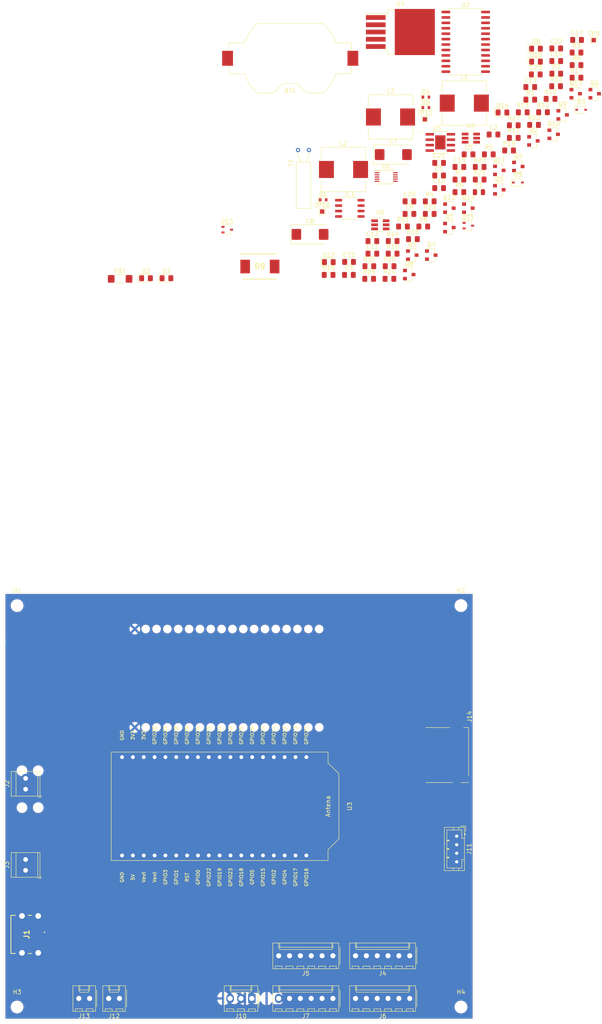
<source format=kicad_pcb>
(kicad_pcb (version 20171130) (host pcbnew "(5.1.5)-3")
  (layers (0 F.Cu signal) (1 GND signal) (2 PWR signal) (31 B.Cu signal) (34 B.Paste user) (35 F.Paste user) (36 B.SilkS user) (37 F.SilkS user) (38 B.Mask user) (39 F.Mask user) (44 Edge.Cuts user))
  (net 0 "")
  (net 1 "Net-(BT1-Pad1)")
  (net 2 GND)
  (net 3 +5V)
  (net 4 +3V3)
  (net 5 Vsolar_protected)
  (net 6 Vsolar_reg)
  (net 7 Vbat_protected)
  (net 8 +9V)
  (net 9 Vsys)
  (net 10 Vusb)
  (net 11 "Net-(D2-Pad2)")
  (net 12 "Net-(D3-Pad2)")
  (net 13 Vsolar)
  (net 14 "Net-(D5-Pad2)")
  (net 15 Vbat)
  (net 16 "Net-(D7-Pad1)")
  (net 17 "Net-(D8-Pad1)")
  (net 18 "Net-(D9-Pad1)")
  (net 19 "Net-(D10-Pad2)")
  (net 20 "Net-(D12-Pad2)")
  (net 21 "Net-(D14-Pad2)")
  (net 22 "Net-(F1-Pad1)")
  (net 23 Vusb_protected)
  (net 24 "Net-(IC1-Pad1)")
  (net 25 "Net-(IC1-Pad2)")
  (net 26 /CC1)
  (net 27 /CC2)
  (net 28 /I0)
  (net 29 /I1)
  (net 30 /I3)
  (net 31 /I2)
  (net 32 /I12)
  (net 33 /I5)
  (net 34 /I6)
  (net 35 /I7)
  (net 36 /ADS_SDA)
  (net 37 /ADS_SCL)
  (net 38 "Net-(J12-Pad2)")
  (net 39 "Net-(J13-Pad2)")
  (net 40 /SD_MISO)
  (net 41 /SD_CLK)
  (net 42 /SD_MOSI)
  (net 43 /SD_CS)
  (net 44 Vexternal)
  (net 45 "Net-(Q1-Pad1)")
  (net 46 "Net-(Q2-Pad1)")
  (net 47 "Net-(Q3-Pad3)")
  (net 48 "Net-(Q5-Pad1)")
  (net 49 "Net-(Q6-Pad3)")
  (net 50 "Net-(Q11-Pad3)")
  (net 51 "Net-(Q10-Pad3)")
  (net 52 /FAN1)
  (net 53 /FAN2)
  (net 54 /ADS_ALERT)
  (net 55 /S0)
  (net 56 /S1)
  (net 57 /S2)
  (net 58 /S3)
  (net 59 "Net-(R22-Pad2)")
  (net 60 "Net-(R23-Pad2)")
  (net 61 "Net-(R24-Pad1)")
  (net 62 /AIN0)
  (net 63 /BST_SW_5V)
  (net 64 /BST_FB_5V)
  (net 65 /BST_SW_9V)
  (net 66 /BST_FB_9V)
  (net 67 /I11)
  (module Battery:BatteryHolder_Keystone_1058_1x2032 (layer F.Cu) (at 178.495001 -65.176029)
    (fp_text reference BT1 (at 0 7.62) (layer F.SilkS))
    (fp_text value Battery_Cell)
    (pad 1 smd rect (at -14.68 0) (size 2.54 3.51) (layers F.Cu F.Paste F.Mask) (net 1 "Net-(BT1-Pad1)"))
    (pad 2 smd rect (at 14.68 0) (size 2.54 3.51) (layers F.Cu F.Paste F.Mask) (net 2 GND))
  )
  (module Capacitor_SMD:C_0805_2012Metric_Pad1.15x1.40mm_HandSolder (layer F.Cu) (at 213.385001 -37.724999)
    (fp_text reference C1 (at 0 -1.65) (layer F.SilkS))
    (fp_text value 10uF)
    (pad 1 smd roundrect (at -1.025 0) (size 1.15 1.4) (layers F.Cu F.Paste F.Mask) (roundrect_rratio 0.217391) (net 3 +5V))
    (pad 2 smd roundrect (at 1.025 0) (size 1.15 1.4) (layers F.Cu F.Paste F.Mask) (roundrect_rratio 0.217391) (net 2 GND))
  )
  (module Capacitor_SMD:C_0805_2012Metric_Pad1.15x1.40mm_HandSolder (layer F.Cu) (at 226.125001 -47.324999)
    (fp_text reference C2 (at 0 -1.65) (layer F.SilkS))
    (fp_text value 100nF)
    (pad 1 smd roundrect (at -1.025 0) (size 1.15 1.4) (layers F.Cu F.Paste F.Mask) (roundrect_rratio 0.217391) (net 3 +5V))
    (pad 2 smd roundrect (at 1.025 0) (size 1.15 1.4) (layers F.Cu F.Paste F.Mask) (roundrect_rratio 0.217391) (net 2 GND))
  )
  (module Capacitor_SMD:C_0805_2012Metric_Pad1.15x1.40mm_HandSolder (layer F.Cu) (at 192.245001 -14.444999)
    (fp_text reference C3 (at 0 -1.65) (layer F.SilkS))
    (fp_text value 100nF)
    (pad 2 smd roundrect (at 1.025 0) (size 1.15 1.4) (layers F.Cu F.Paste F.Mask) (roundrect_rratio 0.217391) (net 2 GND))
    (pad 1 smd roundrect (at -1.025 0) (size 1.15 1.4) (layers F.Cu F.Paste F.Mask) (roundrect_rratio 0.217391) (net 3 +5V))
  )
  (module Capacitor_SMD:C_0805_2012Metric_Pad1.15x1.40mm_HandSolder (layer F.Cu) (at 220.275001 -42.674999)
    (fp_text reference C5 (at 0 -1.65) (layer F.SilkS))
    (fp_text value 100nF)
    (pad 2 smd roundrect (at 1.025 0) (size 1.15 1.4) (layers F.Cu F.Paste F.Mask) (roundrect_rratio 0.217391) (net 2 GND))
    (pad 1 smd roundrect (at -1.025 0) (size 1.15 1.4) (layers F.Cu F.Paste F.Mask) (roundrect_rratio 0.217391) (net 4 +3V3))
  )
  (module Capacitor_Tantalum_SMD:CP_EIA-7343-15_Kemet-W_Pad2.25x2.55mm_HandSolder (layer F.Cu) (at 202.655001 -42.624999)
    (fp_text reference C7 (at 0 -3.1) (layer F.SilkS))
    (fp_text value "680uF - Tant")
    (pad 1 smd roundrect (at -3.2 0) (size 2.25 2.55) (layers F.Cu F.Paste F.Mask) (roundrect_rratio 0.111111) (net 5 Vsolar_protected))
    (pad 2 smd roundrect (at 3.2 0) (size 2.25 2.55) (layers F.Cu F.Paste F.Mask) (roundrect_rratio 0.111111) (net 2 GND))
  )
  (module Capacitor_Tantalum_SMD:CP_EIA-7343-15_Kemet-W_Pad2.25x2.55mm_HandSolder (layer F.Cu) (at 183.135001 -23.934999)
    (fp_text reference C8 (at 0 -3.1) (layer F.SilkS))
    (fp_text value 220uF-Tantalum)
    (pad 2 smd roundrect (at 3.2 0) (size 2.25 2.55) (layers F.Cu F.Paste F.Mask) (roundrect_rratio 0.111111) (net 2 GND))
    (pad 1 smd roundrect (at -3.2 0) (size 2.25 2.55) (layers F.Cu F.Paste F.Mask) (roundrect_rratio 0.111111) (net 6 Vsolar_reg))
  )
  (module Capacitor_SMD:C_0805_2012Metric_Pad1.15x1.40mm_HandSolder (layer F.Cu) (at 206.435001 -28.724999)
    (fp_text reference C9 (at 0 -1.65) (layer F.SilkS))
    (fp_text value 10uF)
    (pad 1 smd roundrect (at -1.025 0) (size 1.15 1.4) (layers F.Cu F.Paste F.Mask) (roundrect_rratio 0.217391) (net 3 +5V))
    (pad 2 smd roundrect (at 1.025 0) (size 1.15 1.4) (layers F.Cu F.Paste F.Mask) (roundrect_rratio 0.217391) (net 2 GND))
  )
  (module Capacitor_SMD:C_0805_2012Metric_Pad1.15x1.40mm_HandSolder (layer F.Cu) (at 213.385001 -34.774999)
    (fp_text reference C10 (at 0 -1.65) (layer F.SilkS))
    (fp_text value 100nF)
    (pad 1 smd roundrect (at -1.025 0) (size 1.15 1.4) (layers F.Cu F.Paste F.Mask) (roundrect_rratio 0.217391) (net 3 +5V))
    (pad 2 smd roundrect (at 1.025 0) (size 1.15 1.4) (layers F.Cu F.Paste F.Mask) (roundrect_rratio 0.217391) (net 2 GND))
  )
  (module Capacitor_SMD:C_0805_2012Metric_Pad1.15x1.40mm_HandSolder (layer F.Cu) (at 197.745001 -19.424999)
    (fp_text reference C11 (at 0 -1.65) (layer F.SilkS))
    (fp_text value 10uF)
    (pad 2 smd roundrect (at 1.025 0) (size 1.15 1.4) (layers F.Cu F.Paste F.Mask) (roundrect_rratio 0.217391) (net 2 GND))
    (pad 1 smd roundrect (at -1.025 0) (size 1.15 1.4) (layers F.Cu F.Paste F.Mask) (roundrect_rratio 0.217391) (net 7 Vbat_protected))
  )
  (module Capacitor_SMD:C_0805_2012Metric_Pad1.15x1.40mm_HandSolder (layer F.Cu) (at 197.745001 -22.374999)
    (fp_text reference C12 (at 0 -1.65) (layer F.SilkS))
    (fp_text value 100nF)
    (pad 2 smd roundrect (at 1.025 0) (size 1.15 1.4) (layers F.Cu F.Paste F.Mask) (roundrect_rratio 0.217391) (net 2 GND))
    (pad 1 smd roundrect (at -1.025 0) (size 1.15 1.4) (layers F.Cu F.Paste F.Mask) (roundrect_rratio 0.217391) (net 3 +5V))
  )
  (module Capacitor_SMD:C_0805_2012Metric_Pad1.15x1.40mm_HandSolder (layer F.Cu) (at 234.735001 -58.444999)
    (fp_text reference C13 (at 0 -1.65) (layer F.SilkS))
    (fp_text value 100nF)
    (pad 1 smd roundrect (at -1.025 0) (size 1.15 1.4) (layers F.Cu F.Paste F.Mask) (roundrect_rratio 0.217391) (net 3 +5V))
    (pad 2 smd roundrect (at 1.025 0) (size 1.15 1.4) (layers F.Cu F.Paste F.Mask) (roundrect_rratio 0.217391) (net 2 GND))
  )
  (module Capacitor_SMD:C_0805_2012Metric_Pad1.15x1.40mm_HandSolder (layer F.Cu) (at 240.825001 -64.524999)
    (fp_text reference C14 (at 0 -1.65) (layer F.SilkS))
    (fp_text value 22uF-X5R)
    (pad 1 smd roundrect (at -1.025 0) (size 1.15 1.4) (layers F.Cu F.Paste F.Mask) (roundrect_rratio 0.217391) (net 8 +9V))
    (pad 2 smd roundrect (at 1.025 0) (size 1.15 1.4) (layers F.Cu F.Paste F.Mask) (roundrect_rratio 0.217391) (net 2 GND))
  )
  (module Capacitor_SMD:C_0805_2012Metric_Pad1.15x1.40mm_HandSolder (layer F.Cu) (at 192.285001 -17.484999)
    (fp_text reference C15 (at 0 -1.65) (layer F.SilkS))
    (fp_text value 22uF-X5R)
    (pad 2 smd roundrect (at 1.025 0) (size 1.15 1.4) (layers F.Cu F.Paste F.Mask) (roundrect_rratio 0.217391) (net 2 GND))
    (pad 1 smd roundrect (at -1.025 0) (size 1.15 1.4) (layers F.Cu F.Paste F.Mask) (roundrect_rratio 0.217391) (net 9 Vsys))
  )
  (module Capacitor_SMD:C_0805_2012Metric_Pad1.15x1.40mm_HandSolder (layer F.Cu) (at 218.135001 -39.724999)
    (fp_text reference C16 (at 0 -1.65) (layer F.SilkS))
    (fp_text value 100nF)
    (pad 1 smd roundrect (at -1.025 0) (size 1.15 1.4) (layers F.Cu F.Paste F.Mask) (roundrect_rratio 0.217391) (net 3 +5V))
    (pad 2 smd roundrect (at 1.025 0) (size 1.15 1.4) (layers F.Cu F.Paste F.Mask) (roundrect_rratio 0.217391) (net 2 GND))
  )
  (module Capacitor_SMD:C_0805_2012Metric_Pad1.15x1.40mm_HandSolder (layer F.Cu) (at 245.705001 -69.474999)
    (fp_text reference C17 (at 0 -1.65) (layer F.SilkS))
    (fp_text value 100nF)
    (pad 2 smd roundrect (at 1.025 0) (size 1.15 1.4) (layers F.Cu F.Paste F.Mask) (roundrect_rratio 0.217391) (net 2 GND))
    (pad 1 smd roundrect (at -1.025 0) (size 1.15 1.4) (layers F.Cu F.Paste F.Mask) (roundrect_rratio 0.217391) (net 3 +5V))
  )
  (module Capacitor_SMD:C_0805_2012Metric_Pad1.15x1.40mm_HandSolder (layer F.Cu) (at 206.435001 -31.674999)
    (fp_text reference C20 (at 0 -1.65) (layer F.SilkS))
    (fp_text value 22uF-X5R)
    (pad 1 smd roundrect (at -1.025 0) (size 1.15 1.4) (layers F.Cu F.Paste F.Mask) (roundrect_rratio 0.217391) (net 3 +5V))
    (pad 2 smd roundrect (at 1.025 0) (size 1.15 1.4) (layers F.Cu F.Paste F.Mask) (roundrect_rratio 0.217391) (net 2 GND))
  )
  (module Capacitor_SMD:C_0805_2012Metric_Pad1.15x1.40mm_HandSolder (layer F.Cu) (at 213.385001 -40.674999)
    (fp_text reference C21 (at 0 -1.65) (layer F.SilkS))
    (fp_text value 22uF-X5R)
    (pad 2 smd roundrect (at 1.025 0) (size 1.15 1.4) (layers F.Cu F.Paste F.Mask) (roundrect_rratio 0.217391) (net 2 GND))
    (pad 1 smd roundrect (at -1.025 0) (size 1.15 1.4) (layers F.Cu F.Paste F.Mask) (roundrect_rratio 0.217391) (net 9 Vsys))
  )
  (module Capacitor_SMD:C_0805_2012Metric_Pad1.15x1.40mm_HandSolder (layer F.Cu) (at 240.825001 -67.474999)
    (fp_text reference C22 (at 0 -1.65) (layer F.SilkS))
    (fp_text value 10uF)
    (pad 2 smd roundrect (at 1.025 0) (size 1.15 1.4) (layers F.Cu F.Paste F.Mask) (roundrect_rratio 0.217391) (net 2 GND))
    (pad 1 smd roundrect (at -1.025 0) (size 1.15 1.4) (layers F.Cu F.Paste F.Mask) (roundrect_rratio 0.217391) (net 4 +3V3))
  )
  (module Capacitor_SMD:C_0805_2012Metric_Pad1.15x1.40mm_HandSolder (layer F.Cu) (at 236.035001 -61.394999)
    (fp_text reference C23 (at 0 -1.65) (layer F.SilkS))
    (fp_text value 100nF)
    (pad 1 smd roundrect (at -1.025 0) (size 1.15 1.4) (layers F.Cu F.Paste F.Mask) (roundrect_rratio 0.217391) (net 4 +3V3))
    (pad 2 smd roundrect (at 1.025 0) (size 1.15 1.4) (layers F.Cu F.Paste F.Mask) (roundrect_rratio 0.217391) (net 2 GND))
  )
  (module Diode_SMD:D_SOD-523 (layer F.Cu) (at 186.235001 -32.034999)
    (fp_text reference D1 (at 0 -1.3) (layer F.SilkS))
    (fp_text value D_TVS_ALT)
    (pad 2 smd rect (at 0.7 0 180) (size 0.6 0.7) (layers F.Cu F.Paste F.Mask) (net 2 GND))
    (pad 1 smd rect (at -0.7 0 180) (size 0.6 0.7) (layers F.Cu F.Paste F.Mask) (net 10 Vusb))
  )
  (module LED_SMD:LED_0805_2012Metric_Pad1.15x1.40mm_HandSolder (layer F.Cu) (at 144.710001 -13.669999)
    (fp_text reference D2 (at 0 -1.65) (layer F.SilkS))
    (fp_text value LED)
    (pad 1 smd roundrect (at -1.025 0) (size 1.15 1.4) (layers F.Cu F.Paste F.Mask) (roundrect_rratio 0.217391) (net 2 GND))
    (pad 2 smd roundrect (at 1.025 0) (size 1.15 1.4) (layers F.Cu F.Paste F.Mask) (roundrect_rratio 0.217391) (net 11 "Net-(D2-Pad2)"))
  )
  (module Diode_SMD:D_SOD-323 (layer F.Cu) (at 246.675001 -53.124999)
    (fp_text reference D3 (at 0 -1.85) (layer F.SilkS))
    (fp_text value 5V)
    (pad 2 smd rect (at 1.05 0) (size 0.6 0.45) (layers F.Cu F.Paste F.Mask) (net 12 "Net-(D3-Pad2)"))
    (pad 1 smd rect (at -1.05 0) (size 0.6 0.45) (layers F.Cu F.Paste F.Mask) (net 5 Vsolar_protected))
  )
  (module Diode_SMD:D_SOD-523 (layer F.Cu) (at 210.295001 -56.074999)
    (fp_text reference D4 (at 0 -1.3) (layer F.SilkS))
    (fp_text value D_TVS_ALT)
    (pad 2 smd rect (at 0.7 0 180) (size 0.6 0.7) (layers F.Cu F.Paste F.Mask) (net 2 GND))
    (pad 1 smd rect (at -0.7 0 180) (size 0.6 0.7) (layers F.Cu F.Paste F.Mask) (net 13 Vsolar))
  )
  (module Diode_SMD:D_SOD-323 (layer F.Cu) (at 231.835001 -36.084999)
    (fp_text reference D5 (at 0 -1.85) (layer F.SilkS))
    (fp_text value 5V)
    (pad 1 smd rect (at -1.05 0) (size 0.6 0.45) (layers F.Cu F.Paste F.Mask) (net 7 Vbat_protected))
    (pad 2 smd rect (at 1.05 0) (size 0.6 0.45) (layers F.Cu F.Paste F.Mask) (net 14 "Net-(D5-Pad2)"))
  )
  (module Diode_SMD:D_SOD-523 (layer F.Cu) (at 210.295001 -53.624999)
    (fp_text reference D6 (at 0 -1.3) (layer F.SilkS))
    (fp_text value D_TVS_ALT)
    (pad 1 smd rect (at -0.7 0 180) (size 0.6 0.7) (layers F.Cu F.Paste F.Mask) (net 15 Vbat))
    (pad 2 smd rect (at 0.7 0 180) (size 0.6 0.7) (layers F.Cu F.Paste F.Mask) (net 2 GND))
  )
  (module LED_SMD:LED_0805_2012Metric_Pad1.15x1.40mm_HandSolder (layer F.Cu) (at 149.500001 -13.669999)
    (fp_text reference D7 (at 0 -1.65) (layer F.SilkS))
    (fp_text value LED)
    (pad 1 smd roundrect (at -1.025 0) (size 1.15 1.4) (layers F.Cu F.Paste F.Mask) (roundrect_rratio 0.217391) (net 16 "Net-(D7-Pad1)"))
    (pad 2 smd roundrect (at 1.025 0) (size 1.15 1.4) (layers F.Cu F.Paste F.Mask) (roundrect_rratio 0.217391) (net 3 +5V))
  )
  (module LED_SMD:LED_0805_2012Metric_Pad1.15x1.40mm_HandSolder (layer F.Cu) (at 236.080001 -67.429999)
    (fp_text reference D8 (at 0 -1.65) (layer F.SilkS))
    (fp_text value LED)
    (pad 2 smd roundrect (at 1.025 0) (size 1.15 1.4) (layers F.Cu F.Paste F.Mask) (roundrect_rratio 0.217391) (net 3 +5V))
    (pad 1 smd roundrect (at -1.025 0) (size 1.15 1.4) (layers F.Cu F.Paste F.Mask) (roundrect_rratio 0.217391) (net 17 "Net-(D8-Pad1)"))
  )
  (module SamacSys_Parts:DIOM8059X256N (layer F.Cu) (at 171.390001 -16.409999)
    (fp_text reference D9 (at 0 0) (layer F.SilkS) (effects (font (size 1.27 1.27) (thickness 0.254))))
    (fp_text value SS34 hide)
    (pad 1 smd rect (at -3.45 0) (size 2.25 3.2) (layers F.Cu F.Paste F.Mask) (net 18 "Net-(D9-Pad1)"))
    (pad 2 smd rect (at 3.45 0) (size 2.25 3.2) (layers F.Cu F.Paste F.Mask) (net 2 GND))
  )
  (module LED_SMD:LED_0805_2012Metric_Pad1.15x1.40mm_HandSolder (layer F.Cu) (at 236.080001 -64.389999)
    (fp_text reference D10 (at 0 -1.65) (layer F.SilkS))
    (fp_text value LED)
    (pad 2 smd roundrect (at 1.025 0) (size 1.15 1.4) (layers F.Cu F.Paste F.Mask) (roundrect_rratio 0.217391) (net 19 "Net-(D10-Pad2)"))
    (pad 1 smd roundrect (at -1.025 0) (size 1.15 1.4) (layers F.Cu F.Paste F.Mask) (roundrect_rratio 0.217391) (net 2 GND))
  )
  (module Package_TO_SOT_SMD:SOT-323_SC-70 (layer F.Cu) (at 220.235001 -25.974999)
    (fp_text reference D11 (at -0.05 -1.95) (layer F.SilkS))
    (fp_text value BAT54W)
    (pad 1 smd rect (at -1 -0.65 270) (size 0.45 0.7) (layers F.Cu F.Paste F.Mask) (net 65 /BST_SW_9V))
    (pad 2 smd rect (at -1 0.65 270) (size 0.45 0.7) (layers F.Cu F.Paste F.Mask))
    (pad 3 smd rect (at 1 0 270) (size 0.45 0.7) (layers F.Cu F.Paste F.Mask) (net 8 +9V))
  )
  (module LED_SMD:LED_0805_2012Metric_Pad1.15x1.40mm_HandSolder (layer F.Cu) (at 187.540001 -17.439999)
    (fp_text reference D12 (at 0 -1.65) (layer F.SilkS))
    (fp_text value LED)
    (pad 2 smd roundrect (at 1.025 0) (size 1.15 1.4) (layers F.Cu F.Paste F.Mask) (roundrect_rratio 0.217391) (net 20 "Net-(D12-Pad2)"))
    (pad 1 smd roundrect (at -1.025 0) (size 1.15 1.4) (layers F.Cu F.Paste F.Mask) (roundrect_rratio 0.217391) (net 2 GND))
  )
  (module Package_TO_SOT_SMD:SOT-323_SC-70 (layer F.Cu) (at 163.745001 -25.034999)
    (fp_text reference D13 (at -0.05 -1.95) (layer F.SilkS))
    (fp_text value BAT54W)
    (pad 3 smd rect (at 1 0 270) (size 0.45 0.7) (layers F.Cu F.Paste F.Mask) (net 3 +5V))
    (pad 2 smd rect (at -1 0.65 270) (size 0.45 0.7) (layers F.Cu F.Paste F.Mask))
    (pad 1 smd rect (at -1 -0.65 270) (size 0.45 0.7) (layers F.Cu F.Paste F.Mask) (net 63 /BST_SW_5V))
  )
  (module LED_SMD:LED_0805_2012Metric_Pad1.15x1.40mm_HandSolder (layer F.Cu) (at 228.230001 -52.479999)
    (fp_text reference D14 (at 0 -1.65) (layer F.SilkS))
    (fp_text value LED)
    (pad 1 smd roundrect (at -1.025 0) (size 1.15 1.4) (layers F.Cu F.Paste F.Mask) (roundrect_rratio 0.217391) (net 2 GND))
    (pad 2 smd roundrect (at 1.025 0) (size 1.15 1.4) (layers F.Cu F.Paste F.Mask) (roundrect_rratio 0.217391) (net 21 "Net-(D14-Pad2)"))
  )
  (module Fuse:Fuse_0805_2012Metric (layer F.Cu) (at 222.715001 -33.824999)
    (fp_text reference F1 (at 0 -1.65) (layer F.SilkS))
    (fp_text value Fuse)
    (pad 1 smd roundrect (at -0.9375 0) (size 0.975 1.4) (layers F.Cu F.Paste F.Mask) (net 22 "Net-(F1-Pad1)"))
    (pad 2 smd roundrect (at 0.9375 0) (size 0.975 1.4) (layers F.Cu F.Paste F.Mask) (net 10 Vusb))
  )
  (module Inductor_SMD:L_1806_4516Metric_Pad1.57x1.80mm_HandSolder (layer F.Cu) (at 138.645001 -13.514999)
    (fp_text reference FB1 (at 0 -1.85) (layer F.SilkS))
    (fp_text value Ferrite_Bead)
    (pad 1 smd roundrect (at -2.0875 0) (size 1.575 1.8) (layers F.Cu F.Paste F.Mask) (roundrect_rratio 0.15873) (net 22 "Net-(F1-Pad1)"))
    (pad 2 smd roundrect (at 2.0875 0) (size 1.575 1.8) (layers F.Cu F.Paste F.Mask) (roundrect_rratio 0.15873) (net 23 Vusb_protected))
  )
  (module MountingHole:MountingHole_2.5mm (layer F.Cu) (at 114.5 63)
    (fp_text reference H1 (at 0 -3.5) (layer F.SilkS))
    (fp_text value MountingHole)
    (pad 1 np_thru_hole circle (at 0 0) (size 2.5 2.5) (drill 2.5) (layers *.Cu *.Mask))
  )
  (module MountingHole:MountingHole_2.5mm (layer F.Cu) (at 218.5 63)
    (fp_text reference H2 (at 0 -3.5) (layer F.SilkS))
    (fp_text value MountingHole)
    (pad 1 np_thru_hole circle (at 0 0) (size 2.5 2.5) (drill 2.5) (layers *.Cu *.Mask))
  )
  (module MountingHole:MountingHole_2.5mm (layer F.Cu) (at 114.5 157)
    (fp_text reference H3 (at 0 -3.5) (layer F.SilkS))
    (fp_text value MountingHole)
    (pad 1 np_thru_hole circle (at 0 0) (size 2.5 2.5) (drill 2.5) (layers *.Cu *.Mask))
  )
  (module MountingHole:MountingHole_2.5mm (layer F.Cu) (at 218.5 157)
    (fp_text reference H4 (at 0 -3.5) (layer F.SilkS))
    (fp_text value MountingHole)
    (pad 1 np_thru_hole circle (at 0 0) (size 2.5 2.5) (drill 2.5) (layers *.Cu *.Mask))
  )
  (module Package_SO:SOP-8_3.9x4.9mm_P1.27mm (layer F.Cu) (at 192.465001 -30.034999)
    (fp_text reference IC1 (at 0 -3.4) (layer F.SilkS))
    (fp_text value DS1307ZN+)
    (pad 1 smd roundrect (at -2.625 -1.905) (size 1.65 0.6) (layers F.Cu F.Paste F.Mask) (net 24 "Net-(IC1-Pad1)"))
    (pad 2 smd roundrect (at -2.625 -0.635) (size 1.65 0.6) (layers F.Cu F.Paste F.Mask) (net 25 "Net-(IC1-Pad2)"))
    (pad 3 smd roundrect (at -2.625 0.635) (size 1.65 0.6) (layers F.Cu F.Paste F.Mask) (net 1 "Net-(BT1-Pad1)"))
    (pad 4 smd roundrect (at -2.625 1.905) (size 1.65 0.6) (layers F.Cu F.Paste F.Mask) (net 2 GND))
    (pad 5 smd roundrect (at 2.625 1.905) (size 1.65 0.6) (layers F.Cu F.Paste F.Mask) (net 36 /ADS_SDA))
    (pad 6 smd roundrect (at 2.625 0.635) (size 1.65 0.6) (layers F.Cu F.Paste F.Mask) (net 37 /ADS_SCL))
    (pad 7 smd roundrect (at 2.625 -0.635) (size 1.65 0.6) (layers F.Cu F.Paste F.Mask))
    (pad 8 smd roundrect (at 2.625 -1.905) (size 1.65 0.6) (layers F.Cu F.Paste F.Mask) (net 3 +5V))
  )
  (module SamacSys_Parts:2171750001 (layer F.Cu) (at 116.5 140 270)
    (fp_text reference J1 (at 0 -0.252 90) (layer F.SilkS) (effects (font (size 1.27 1.27) (thickness 0.254))))
    (fp_text value 217175-0001 hide)
    (pad A5 smd rect (at -0.5 -3.03 270) (size 0.7 1.2) (layers F.Cu F.Paste F.Mask) (net 26 /CC1))
    (pad A9 smd rect (at 1.52 -3.03 270) (size 0.76 1.2) (layers F.Cu F.Paste F.Mask) (net 10 Vusb))
    (pad A12 smd rect (at 2.75 -3.03 270) (size 0.8 1.2) (layers F.Cu F.Paste F.Mask) (net 2 GND))
    (pad B5 smd rect (at 0.5 -3.03 270) (size 0.7 1.2) (layers F.Cu F.Paste F.Mask) (net 27 /CC2))
    (pad B9 smd rect (at -1.52 -3.03 270) (size 0.76 1.2) (layers F.Cu F.Paste F.Mask) (net 10 Vusb))
    (pad B12 smd rect (at -2.75 -3.03 270) (size 0.8 1.2) (layers F.Cu F.Paste F.Mask) (net 2 GND))
    (pad MH1 thru_hole circle (at -4.32 0.85 270) (size 2.01 2.01) (drill 1.34) (layers *.Cu *.Mask))
    (pad MH2 thru_hole circle (at 4.32 0.85 270) (size 2.01 2.01) (drill 1.34) (layers *.Cu *.Mask))
    (pad MH3 thru_hole circle (at -4.32 -2.95 270) (size 2.01 2.01) (drill 1.34) (layers *.Cu *.Mask))
    (pad MH4 thru_hole circle (at 4.32 -2.95 270) (size 2.01 2.01) (drill 1.34) (layers *.Cu *.Mask))
  )
  (module TerminalBlock_TE-Connectivity:TerminalBlock_TE_282834-2_1x02_P2.54mm_Horizontal (layer F.Cu) (at 116.5 106 90)
    (fp_text reference J2 (at 1.27 -4.37 90) (layer F.SilkS))
    (fp_text value Screw_Terminal_01x02)
    (pad 2 thru_hole circle (at 2.54 0 90) (size 2.1 2.1) (drill 1.1) (layers *.Cu *.Mask) (net 2 GND))
    (pad 1 thru_hole rect (at 0 0 90) (size 2.1 2.1) (drill 1.1) (layers *.Cu *.Mask) (net 13 Vsolar))
  )
  (module TerminalBlock_TE-Connectivity:TerminalBlock_TE_282834-2_1x02_P2.54mm_Horizontal (layer F.Cu) (at 116.5 125 90)
    (fp_text reference J3 (at 1.27 -4.37 90) (layer F.SilkS))
    (fp_text value Screw_Terminal_01x02)
    (pad 1 thru_hole rect (at 0 0 90) (size 2.1 2.1) (drill 1.1) (layers *.Cu *.Mask) (net 15 Vbat))
    (pad 2 thru_hole circle (at 2.54 0 90) (size 2.1 2.1) (drill 1.1) (layers *.Cu *.Mask) (net 2 GND))
  )
  (module Connector_Molex:Molex_KK-254_AE-6410-06A_1x06_P2.54mm_Vertical (layer F.Cu) (at 206.5 145 180)
    (fp_text reference J4 (at 6.35 -4.12) (layer F.SilkS))
    (fp_text value Conn_01x06_Male)
    (pad 1 thru_hole roundrect (at 0 0 180) (size 1.74 2.2) (drill 1.2) (layers *.Cu *.Mask) (roundrect_rratio 0.143678) (net 3 +5V))
    (pad 2 thru_hole oval (at 2.54 0 180) (size 1.74 2.2) (drill 1.2) (layers *.Cu *.Mask) (net 2 GND))
    (pad 3 thru_hole oval (at 5.08 0 180) (size 1.74 2.2) (drill 1.2) (layers *.Cu *.Mask) (net 28 /I0))
    (pad 4 thru_hole oval (at 7.62 0 180) (size 1.74 2.2) (drill 1.2) (layers *.Cu *.Mask) (net 2 GND))
    (pad 5 thru_hole oval (at 10.16 0 180) (size 1.74 2.2) (drill 1.2) (layers *.Cu *.Mask) (net 29 /I1))
    (pad 6 thru_hole oval (at 12.7 0 180) (size 1.74 2.2) (drill 1.2) (layers *.Cu *.Mask) (net 2 GND))
  )
  (module Connector_Molex:Molex_KK-254_AE-6410-06A_1x06_P2.54mm_Vertical (layer F.Cu) (at 188.5 145 180)
    (fp_text reference J5 (at 6.35 -4.12) (layer F.SilkS))
    (fp_text value Conn_01x06_Male)
    (pad 6 thru_hole oval (at 12.7 0 180) (size 1.74 2.2) (drill 1.2) (layers *.Cu *.Mask) (net 2 GND))
    (pad 5 thru_hole oval (at 10.16 0 180) (size 1.74 2.2) (drill 1.2) (layers *.Cu *.Mask) (net 30 /I3))
    (pad 4 thru_hole oval (at 7.62 0 180) (size 1.74 2.2) (drill 1.2) (layers *.Cu *.Mask) (net 2 GND))
    (pad 3 thru_hole oval (at 5.08 0 180) (size 1.74 2.2) (drill 1.2) (layers *.Cu *.Mask) (net 31 /I2))
    (pad 2 thru_hole oval (at 2.54 0 180) (size 1.74 2.2) (drill 1.2) (layers *.Cu *.Mask) (net 2 GND))
    (pad 1 thru_hole roundrect (at 0 0 180) (size 1.74 2.2) (drill 1.2) (layers *.Cu *.Mask) (roundrect_rratio 0.143678) (net 3 +5V))
  )
  (module Connector_Molex:Molex_KK-254_AE-6410-06A_1x06_P2.54mm_Vertical (layer F.Cu) (at 206.5 155 180)
    (fp_text reference J6 (at 6.35 -4.12) (layer F.SilkS))
    (fp_text value Conn_01x06_Male)
    (pad 6 thru_hole oval (at 12.7 0 180) (size 1.74 2.2) (drill 1.2) (layers *.Cu *.Mask) (net 2 GND))
    (pad 5 thru_hole oval (at 10.16 0 180) (size 1.74 2.2) (drill 1.2) (layers *.Cu *.Mask) (net 34 /I6))
    (pad 4 thru_hole oval (at 7.62 0 180) (size 1.74 2.2) (drill 1.2) (layers *.Cu *.Mask) (net 2 GND))
    (pad 3 thru_hole oval (at 5.08 0 180) (size 1.74 2.2) (drill 1.2) (layers *.Cu *.Mask) (net 33 /I5))
    (pad 2 thru_hole oval (at 2.54 0 180) (size 1.74 2.2) (drill 1.2) (layers *.Cu *.Mask) (net 2 GND))
    (pad 1 thru_hole roundrect (at 0 0 180) (size 1.74 2.2) (drill 1.2) (layers *.Cu *.Mask) (roundrect_rratio 0.143678) (net 3 +5V))
  )
  (module Connector_Molex:Molex_KK-254_AE-6410-06A_1x06_P2.54mm_Vertical (layer F.Cu) (at 188.5 155 180)
    (fp_text reference J7 (at 6.35 -4.12) (layer F.SilkS))
    (fp_text value Conn_01x06_Male)
    (pad 1 thru_hole roundrect (at 0 0 180) (size 1.74 2.2) (drill 1.2) (layers *.Cu *.Mask) (roundrect_rratio 0.143678) (net 3 +5V))
    (pad 2 thru_hole oval (at 2.54 0 180) (size 1.74 2.2) (drill 1.2) (layers *.Cu *.Mask) (net 2 GND))
    (pad 3 thru_hole oval (at 5.08 0 180) (size 1.74 2.2) (drill 1.2) (layers *.Cu *.Mask) (net 67 /I11))
    (pad 4 thru_hole oval (at 7.62 0 180) (size 1.74 2.2) (drill 1.2) (layers *.Cu *.Mask) (net 2 GND))
    (pad 5 thru_hole oval (at 10.16 0 180) (size 1.74 2.2) (drill 1.2) (layers *.Cu *.Mask) (net 32 /I12))
    (pad 6 thru_hole oval (at 12.7 0 180) (size 1.74 2.2) (drill 1.2) (layers *.Cu *.Mask) (net 2 GND))
  )
  (module Connector_Molex:Molex_KK-254_AE-6410-03A_1x03_P2.54mm_Vertical (layer F.Cu) (at 169.5 155 180)
    (fp_text reference J10 (at 2.54 -4.12) (layer F.SilkS))
    (fp_text value Conn_01x03_Male)
    (pad 1 thru_hole roundrect (at 0 0 180) (size 1.74 2.2) (drill 1.2) (layers *.Cu *.Mask) (roundrect_rratio 0.143678) (net 8 +9V))
    (pad 2 thru_hole oval (at 2.54 0 180) (size 1.74 2.2) (drill 1.2) (layers *.Cu *.Mask) (net 2 GND))
    (pad 3 thru_hole oval (at 5.08 0 180) (size 1.74 2.2) (drill 1.2) (layers *.Cu *.Mask) (net 35 /I7))
  )
  (module Connector_JST:JST_PH_B4B-PH-K_1x04_P2.00mm_Vertical (layer F.Cu) (at 217.5 117 270)
    (fp_text reference J11 (at 3 -2.9 90) (layer F.SilkS))
    (fp_text value Conn_01x04_Male)
    (pad 1 thru_hole roundrect (at 0 0 270) (size 1.2 1.75) (drill 0.75) (layers *.Cu *.Mask) (roundrect_rratio 0.208333) (net 2 GND))
    (pad 2 thru_hole oval (at 2 0 270) (size 1.2 1.75) (drill 0.75) (layers *.Cu *.Mask) (net 3 +5V))
    (pad 3 thru_hole oval (at 4 0 270) (size 1.2 1.75) (drill 0.75) (layers *.Cu *.Mask) (net 36 /ADS_SDA))
    (pad 4 thru_hole oval (at 6 0 270) (size 1.2 1.75) (drill 0.75) (layers *.Cu *.Mask) (net 37 /ADS_SCL))
  )
  (module Connector_Molex:Molex_KK-254_AE-6410-02A_1x02_P2.54mm_Vertical (layer F.Cu) (at 138.5 155 180)
    (fp_text reference J12 (at 1.27 -4.12) (layer F.SilkS))
    (fp_text value Conn_01x02_Male)
    (pad 2 thru_hole oval (at 2.54 0 180) (size 1.74 2.2) (drill 1.2) (layers *.Cu *.Mask) (net 38 "Net-(J12-Pad2)"))
    (pad 1 thru_hole roundrect (at 0 0 180) (size 1.74 2.2) (drill 1.2) (layers *.Cu *.Mask) (roundrect_rratio 0.143678) (net 3 +5V))
  )
  (module Connector_Molex:Molex_KK-254_AE-6410-02A_1x02_P2.54mm_Vertical (layer F.Cu) (at 131.5 155 180)
    (fp_text reference J13 (at 1.27 -4.12) (layer F.SilkS))
    (fp_text value Conn_01x02_Male)
    (pad 1 thru_hole roundrect (at 0 0 180) (size 1.74 2.2) (drill 1.2) (layers *.Cu *.Mask) (roundrect_rratio 0.143678) (net 3 +5V))
    (pad 2 thru_hole oval (at 2.54 0 180) (size 1.74 2.2) (drill 1.2) (layers *.Cu *.Mask) (net 39 "Net-(J13-Pad2)"))
  )
  (module Connector_Card:microSD_HC_Hirose_DM3D-SF (layer F.Cu) (at 214.5 98 270)
    (fp_text reference J14 (at -9 -6 90) (layer F.SilkS))
    (fp_text value Micro_SD_Card)
    (pad 8 smd rect (at -4.525 5.35 270) (size 0.7 1.75) (layers F.Cu F.Paste F.Mask))
    (pad 11 smd rect (at -5.725 5.225 270) (size 1.3 1.5) (layers F.Cu F.Paste F.Mask))
    (pad 11 smd rect (at -5.975 -2.375 270) (size 0.8 1.5) (layers F.Cu F.Paste F.Mask))
    (pad 9 smd rect (at -5.65 -3.875 270) (size 1.45 1) (layers F.Cu F.Paste F.Mask) (net 2 GND))
    (pad 11 smd rect (at 5.975 -3.025 270) (size 0.8 1.4) (layers F.Cu F.Paste F.Mask))
    (pad 7 smd rect (at -3.425 5.35 270) (size 0.7 1.75) (layers F.Cu F.Paste F.Mask) (net 40 /SD_MISO))
    (pad 6 smd rect (at -2.325 5.35 270) (size 0.7 1.75) (layers F.Cu F.Paste F.Mask) (net 2 GND))
    (pad 5 smd rect (at -1.225 5.35 270) (size 0.7 1.75) (layers F.Cu F.Paste F.Mask) (net 41 /SD_CLK))
    (pad 4 smd rect (at -0.125 5.35 270) (size 0.7 1.75) (layers F.Cu F.Paste F.Mask) (net 4 +3V3))
    (pad 3 smd rect (at 0.975 5.35 270) (size 0.7 1.75) (layers F.Cu F.Paste F.Mask) (net 42 /SD_MOSI))
    (pad 2 smd rect (at 2.075 5.35 270) (size 0.7 1.75) (layers F.Cu F.Paste F.Mask) (net 43 /SD_CS))
    (pad 1 smd rect (at 3.175 5.35 270) (size 0.7 1.75) (layers F.Cu F.Paste F.Mask))
    (pad 11 smd rect (at 5.625 5.225 270) (size 1.5 1.5) (layers F.Cu F.Paste F.Mask))
    (pad 10 smd rect (at 5.575 -5.45 270) (size 1 1.55) (layers F.Cu F.Paste F.Mask))
  )
  (module Inductor_SMD:L_Wuerth_HCI-1040 (layer F.Cu) (at 219.285001 -54.674999)
    (fp_text reference L1 (at 0 -6.1) (layer F.SilkS))
    (fp_text value 33uH)
    (pad 1 smd rect (at -4 0) (size 3.5 4) (layers F.Cu F.Paste F.Mask) (net 6 Vsolar_reg))
    (pad 2 smd rect (at 4 0) (size 3.5 4) (layers F.Cu F.Paste F.Mask) (net 18 "Net-(D9-Pad1)"))
  )
  (module Inductor_SMD:L_Wuerth_HCI-1040 (layer F.Cu) (at 190.985001 -39.134999)
    (fp_text reference L2 (at 0 -6.1) (layer F.SilkS))
    (fp_text value "4.7 to 22uH")
    (pad 1 smd rect (at -4 0) (size 3.5 4) (layers F.Cu F.Paste F.Mask) (net 9 Vsys))
    (pad 2 smd rect (at 4 0) (size 3.5 4) (layers F.Cu F.Paste F.Mask) (net 65 /BST_SW_9V))
  )
  (module Inductor_SMD:L_Wuerth_HCI-1040 (layer F.Cu) (at 201.995001 -51.424999)
    (fp_text reference L3 (at 0 -6.1) (layer F.SilkS))
    (fp_text value "4.7 to 22uH")
    (pad 2 smd rect (at 4 0) (size 3.5 4) (layers F.Cu F.Paste F.Mask) (net 63 /BST_SW_5V))
    (pad 1 smd rect (at -4 0) (size 3.5 4) (layers F.Cu F.Paste F.Mask) (net 9 Vsys))
  )
  (module Package_TO_SOT_SMD:SOT-23 (layer F.Cu) (at 215.785001 -25.524999)
    (fp_text reference Q1 (at 0 -2.5) (layer F.SilkS))
    (fp_text value DMG2301L)
    (pad 1 smd rect (at -1 -0.95) (size 0.9 0.8) (layers F.Cu F.Paste F.Mask) (net 45 "Net-(Q1-Pad1)"))
    (pad 2 smd rect (at -1 0.95) (size 0.9 0.8) (layers F.Cu F.Paste F.Mask) (net 44 Vexternal))
    (pad 3 smd rect (at 1 0) (size 0.9 0.8) (layers F.Cu F.Paste F.Mask) (net 23 Vusb_protected))
  )
  (module Package_TO_SOT_SMD:SOT-23 (layer F.Cu) (at 235.475001 -45.824999)
    (fp_text reference Q2 (at 0 -2.5) (layer F.SilkS))
    (fp_text value DMG2301L)
    (pad 1 smd rect (at -1 -0.95) (size 0.9 0.8) (layers F.Cu F.Paste F.Mask) (net 46 "Net-(Q2-Pad1)"))
    (pad 2 smd rect (at -1 0.95) (size 0.9 0.8) (layers F.Cu F.Paste F.Mask) (net 44 Vexternal))
    (pad 3 smd rect (at 1 0) (size 0.9 0.8) (layers F.Cu F.Paste F.Mask) (net 6 Vsolar_reg))
  )
  (module Package_TO_SOT_SMD:SOT-23 (layer F.Cu) (at 207.095001 -19.074999)
    (fp_text reference Q3 (at 0 -2.5) (layer F.SilkS))
    (fp_text value BC808)
    (pad 3 smd rect (at 1 0) (size 0.9 0.8) (layers F.Cu F.Paste F.Mask) (net 47 "Net-(Q3-Pad3)"))
    (pad 2 smd rect (at -1 0.95) (size 0.9 0.8) (layers F.Cu F.Paste F.Mask) (net 23 Vusb_protected))
    (pad 1 smd rect (at -1 -0.95) (size 0.9 0.8) (layers F.Cu F.Paste F.Mask) (net 23 Vusb_protected))
  )
  (module Package_TO_SOT_SMD:SOT-23 (layer F.Cu) (at 231.935001 -39.834999)
    (fp_text reference Q4 (at 0 -2.5) (layer F.SilkS))
    (fp_text value BC808)
    (pad 1 smd rect (at -1 -0.95) (size 0.9 0.8) (layers F.Cu F.Paste F.Mask) (net 23 Vusb_protected))
    (pad 2 smd rect (at -1 0.95) (size 0.9 0.8) (layers F.Cu F.Paste F.Mask) (net 44 Vexternal))
    (pad 3 smd rect (at 1 0) (size 0.9 0.8) (layers F.Cu F.Paste F.Mask) (net 45 "Net-(Q1-Pad1)"))
  )
  (module Package_TO_SOT_SMD:SOT-23 (layer F.Cu) (at 227.485001 -34.374999)
    (fp_text reference Q5 (at 0 -2.5) (layer F.SilkS))
    (fp_text value "DMG2301L / DMP2045U")
    (pad 3 smd rect (at 1 0) (size 0.9 0.8) (layers F.Cu F.Paste F.Mask) (net 7 Vbat_protected))
    (pad 2 smd rect (at -1 0.95) (size 0.9 0.8) (layers F.Cu F.Paste F.Mask) (net 9 Vsys))
    (pad 1 smd rect (at -1 -0.95) (size 0.9 0.8) (layers F.Cu F.Paste F.Mask) (net 48 "Net-(Q5-Pad1)"))
  )
  (module Package_TO_SOT_SMD:SOT-23 (layer F.Cu) (at 249.835001 -56.874999)
    (fp_text reference Q6 (at 0 -2.5) (layer F.SilkS))
    (fp_text value BC808)
    (pad 1 smd rect (at -1 -0.95) (size 0.9 0.8) (layers F.Cu F.Paste F.Mask) (net 6 Vsolar_reg))
    (pad 2 smd rect (at -1 0.95) (size 0.9 0.8) (layers F.Cu F.Paste F.Mask) (net 6 Vsolar_reg))
    (pad 3 smd rect (at 1 0) (size 0.9 0.8) (layers F.Cu F.Paste F.Mask) (net 49 "Net-(Q6-Pad3)"))
  )
  (module Package_TO_SOT_SMD:SOT-23 (layer F.Cu) (at 211.545001 -19.074999)
    (fp_text reference Q7 (at 0 -2.5) (layer F.SilkS))
    (fp_text value BC808)
    (pad 3 smd rect (at 1 0) (size 0.9 0.8) (layers F.Cu F.Paste F.Mask) (net 46 "Net-(Q2-Pad1)"))
    (pad 2 smd rect (at -1 0.95) (size 0.9 0.8) (layers F.Cu F.Paste F.Mask) (net 44 Vexternal))
    (pad 1 smd rect (at -1 -0.95) (size 0.9 0.8) (layers F.Cu F.Paste F.Mask) (net 6 Vsolar_reg))
  )
  (module Package_TO_SOT_SMD:SOT-23 (layer F.Cu) (at 206.385001 -14.524999)
    (fp_text reference Q8 (at 0 -2.5) (layer F.SilkS))
    (fp_text value DMG2301L)
    (pad 1 smd rect (at -1 -0.95) (size 0.9 0.8) (layers F.Cu F.Paste F.Mask) (net 50 "Net-(Q11-Pad3)"))
    (pad 2 smd rect (at -1 0.95) (size 0.9 0.8) (layers F.Cu F.Paste F.Mask) (net 9 Vsys))
    (pad 3 smd rect (at 1 0) (size 0.9 0.8) (layers F.Cu F.Paste F.Mask) (net 44 Vexternal))
  )
  (module Package_TO_SOT_SMD:SOT-23 (layer F.Cu) (at 242.325001 -51.924999)
    (fp_text reference Q9 (at 0 -2.5) (layer F.SilkS))
    (fp_text value "DMG2301L / DMP2045U")
    (pad 3 smd rect (at 1 0) (size 0.9 0.8) (layers F.Cu F.Paste F.Mask) (net 13 Vsolar))
    (pad 2 smd rect (at -1 0.95) (size 0.9 0.8) (layers F.Cu F.Paste F.Mask) (net 5 Vsolar_protected))
    (pad 1 smd rect (at -1 -0.95) (size 0.9 0.8) (layers F.Cu F.Paste F.Mask) (net 12 "Net-(D3-Pad2)"))
  )
  (module Package_TO_SOT_SMD:SOT-23 (layer F.Cu) (at 240.225001 -47.374999)
    (fp_text reference Q10 (at 0 -2.5) (layer F.SilkS))
    (fp_text value BC808)
    (pad 3 smd rect (at 1 0) (size 0.9 0.8) (layers F.Cu F.Paste F.Mask) (net 51 "Net-(Q10-Pad3)"))
    (pad 2 smd rect (at -1 0.95) (size 0.9 0.8) (layers F.Cu F.Paste F.Mask) (net 44 Vexternal))
    (pad 1 smd rect (at -1 -0.95) (size 0.9 0.8) (layers F.Cu F.Paste F.Mask) (net 44 Vexternal))
  )
  (module Package_TO_SOT_SMD:SOT-23 (layer F.Cu) (at 227.485001 -38.924999)
    (fp_text reference Q11 (at 0 -2.5) (layer F.SilkS))
    (fp_text value BC808)
    (pad 1 smd rect (at -1 -0.95) (size 0.9 0.8) (layers F.Cu F.Paste F.Mask) (net 44 Vexternal))
    (pad 2 smd rect (at -1 0.95) (size 0.9 0.8) (layers F.Cu F.Paste F.Mask) (net 9 Vsys))
    (pad 3 smd rect (at 1 0) (size 0.9 0.8) (layers F.Cu F.Paste F.Mask) (net 50 "Net-(Q11-Pad3)"))
  )
  (module Package_TO_SOT_SMD:SOT-23 (layer F.Cu) (at 215.785001 -30.074999)
    (fp_text reference Q12 (at 0 -2.5) (layer F.SilkS))
    (fp_text value "DMG2301L / DMP2045U")
    (pad 3 smd rect (at 1 0) (size 0.9 0.8) (layers F.Cu F.Paste F.Mask) (net 15 Vbat))
    (pad 2 smd rect (at -1 0.95) (size 0.9 0.8) (layers F.Cu F.Paste F.Mask) (net 7 Vbat_protected))
    (pad 1 smd rect (at -1 -0.95) (size 0.9 0.8) (layers F.Cu F.Paste F.Mask) (net 14 "Net-(D5-Pad2)"))
  )
  (module Package_TO_SOT_SMD:SOT-23 (layer F.Cu) (at 245.385001 -56.874999)
    (fp_text reference Q13 (at 0 -2.5) (layer F.SilkS))
    (fp_text value DMN10H220L)
    (pad 1 smd rect (at -1 -0.95) (size 0.9 0.8) (layers F.Cu F.Paste F.Mask) (net 52 /FAN1))
    (pad 2 smd rect (at -1 0.95) (size 0.9 0.8) (layers F.Cu F.Paste F.Mask) (net 2 GND))
    (pad 3 smd rect (at 1 0) (size 0.9 0.8) (layers F.Cu F.Paste F.Mask) (net 38 "Net-(J12-Pad2)"))
  )
  (module Package_TO_SOT_SMD:SOT-23 (layer F.Cu) (at 220.235001 -30.074999)
    (fp_text reference Q14 (at 0 -2.5) (layer F.SilkS))
    (fp_text value DMN10H220L)
    (pad 3 smd rect (at 1 0) (size 0.9 0.8) (layers F.Cu F.Paste F.Mask) (net 39 "Net-(J13-Pad2)"))
    (pad 2 smd rect (at -1 0.95) (size 0.9 0.8) (layers F.Cu F.Paste F.Mask) (net 2 GND))
    (pad 1 smd rect (at -1 -0.95) (size 0.9 0.8) (layers F.Cu F.Paste F.Mask) (net 53 /FAN2))
  )
  (module Resistor_SMD:R_0805_2012Metric_Pad1.15x1.40mm_HandSolder (layer F.Cu) (at 234.735001 -55.494999)
    (fp_text reference R1 (at 0 -1.65) (layer F.SilkS))
    (fp_text value 4K7)
    (pad 1 smd roundrect (at -1.025 0) (size 1.15 1.4) (layers F.Cu F.Paste F.Mask) (roundrect_rratio 0.217391) (net 23 Vusb_protected))
    (pad 2 smd roundrect (at 1.025 0) (size 1.15 1.4) (layers F.Cu F.Paste F.Mask) (roundrect_rratio 0.217391) (net 11 "Net-(D2-Pad2)"))
  )
  (module Resistor_SMD:R_0805_2012Metric_Pad1.15x1.40mm_HandSolder (layer F.Cu) (at 240.825001 -61.574999)
    (fp_text reference R2 (at 0 -1.65) (layer F.SilkS))
    (fp_text value 4K7)
    (pad 1 smd roundrect (at -1.025 0) (size 1.15 1.4) (layers F.Cu F.Paste F.Mask) (roundrect_rratio 0.217391) (net 4 +3V3))
    (pad 2 smd roundrect (at 1.025 0) (size 1.15 1.4) (layers F.Cu F.Paste F.Mask) (roundrect_rratio 0.217391) (net 54 /ADS_ALERT))
  )
  (module Resistor_SMD:R_0805_2012Metric_Pad1.15x1.40mm_HandSolder (layer F.Cu) (at 245.575001 -66.524999)
    (fp_text reference R3 (at 0 -1.65) (layer F.SilkS))
    (fp_text value 10K)
    (pad 2 smd roundrect (at 1.025 0) (size 1.15 1.4) (layers F.Cu F.Paste F.Mask) (roundrect_rratio 0.217391) (net 44 Vexternal))
    (pad 1 smd roundrect (at -1.025 0) (size 1.15 1.4) (layers F.Cu F.Paste F.Mask) (roundrect_rratio 0.217391) (net 2 GND))
  )
  (module Resistor_SMD:R_0805_2012Metric_Pad1.15x1.40mm_HandSolder (layer F.Cu) (at 211.185001 -31.674999)
    (fp_text reference R4 (at 0 -1.65) (layer F.SilkS))
    (fp_text value 5K1)
    (pad 1 smd roundrect (at -1.025 0) (size 1.15 1.4) (layers F.Cu F.Paste F.Mask) (roundrect_rratio 0.217391) (net 26 /CC1))
    (pad 2 smd roundrect (at 1.025 0) (size 1.15 1.4) (layers F.Cu F.Paste F.Mask) (roundrect_rratio 0.217391) (net 2 GND))
  )
  (module Resistor_SMD:R_0805_2012Metric_Pad1.15x1.40mm_HandSolder (layer F.Cu) (at 225.025001 -42.674999)
    (fp_text reference R5 (at 0 -1.65) (layer F.SilkS))
    (fp_text value 5K1)
    (pad 2 smd roundrect (at 1.025 0) (size 1.15 1.4) (layers F.Cu F.Paste F.Mask) (roundrect_rratio 0.217391) (net 2 GND))
    (pad 1 smd roundrect (at -1.025 0) (size 1.15 1.4) (layers F.Cu F.Paste F.Mask) (roundrect_rratio 0.217391) (net 27 /CC2))
  )
  (module Resistor_SMD:R_0805_2012Metric_Pad1.15x1.40mm_HandSolder (layer F.Cu) (at 245.575001 -63.574999)
    (fp_text reference R6 (at 0 -1.65) (layer F.SilkS))
    (fp_text value 10K)
    (pad 2 smd roundrect (at 1.025 0) (size 1.15 1.4) (layers F.Cu F.Paste F.Mask) (roundrect_rratio 0.217391) (net 48 "Net-(Q5-Pad1)"))
    (pad 1 smd roundrect (at -1.025 0) (size 1.15 1.4) (layers F.Cu F.Paste F.Mask) (roundrect_rratio 0.217391) (net 44 Vexternal))
  )
  (module Resistor_SMD:R_0805_2012Metric_Pad1.15x1.40mm_HandSolder (layer F.Cu) (at 218.135001 -36.774999)
    (fp_text reference R7 (at 0 -1.65) (layer F.SilkS))
    (fp_text value 10K)
    (pad 1 smd roundrect (at -1.025 0) (size 1.15 1.4) (layers F.Cu F.Paste F.Mask) (roundrect_rratio 0.217391) (net 47 "Net-(Q3-Pad3)"))
    (pad 2 smd roundrect (at 1.025 0) (size 1.15 1.4) (layers F.Cu F.Paste F.Mask) (roundrect_rratio 0.217391) (net 2 GND))
  )
  (module Resistor_SMD:R_0805_2012Metric_Pad1.15x1.40mm_HandSolder (layer F.Cu) (at 209.665001 -25.774999)
    (fp_text reference R8 (at 0 -1.65) (layer F.SilkS))
    (fp_text value 47K)
    (pad 2 smd roundrect (at 1.025 0) (size 1.15 1.4) (layers F.Cu F.Paste F.Mask) (roundrect_rratio 0.217391) (net 2 GND))
    (pad 1 smd roundrect (at -1.025 0) (size 1.15 1.4) (layers F.Cu F.Paste F.Mask) (roundrect_rratio 0.217391) (net 45 "Net-(Q1-Pad1)"))
  )
  (module Resistor_SMD:R_0805_2012Metric_Pad1.15x1.40mm_HandSolder (layer F.Cu) (at 218.135001 -33.824999)
    (fp_text reference R9 (at 0 -1.65) (layer F.SilkS))
    (fp_text value 10K)
    (pad 1 smd roundrect (at -1.025 0) (size 1.15 1.4) (layers F.Cu F.Paste F.Mask) (roundrect_rratio 0.217391) (net 49 "Net-(Q6-Pad3)"))
    (pad 2 smd roundrect (at 1.025 0) (size 1.15 1.4) (layers F.Cu F.Paste F.Mask) (roundrect_rratio 0.217391) (net 2 GND))
  )
  (module Resistor_SMD:R_0805_2012Metric_Pad1.15x1.40mm_HandSolder (layer F.Cu) (at 239.485001 -55.674999)
    (fp_text reference R10 (at 0 -1.65) (layer F.SilkS))
    (fp_text value 47K)
    (pad 2 smd roundrect (at 1.025 0) (size 1.15 1.4) (layers F.Cu F.Paste F.Mask) (roundrect_rratio 0.217391) (net 2 GND))
    (pad 1 smd roundrect (at -1.025 0) (size 1.15 1.4) (layers F.Cu F.Paste F.Mask) (roundrect_rratio 0.217391) (net 46 "Net-(Q2-Pad1)"))
  )
  (module Resistor_SMD:R_0805_2012Metric_Pad1.15x1.40mm_HandSolder (layer F.Cu) (at 230.875001 -46.534999)
    (fp_text reference R11 (at 0 -1.65) (layer F.SilkS))
    (fp_text value 4K7)
    (pad 2 smd roundrect (at 1.025 0) (size 1.15 1.4) (layers F.Cu F.Paste F.Mask) (roundrect_rratio 0.217391) (net 2 GND))
    (pad 1 smd roundrect (at -1.025 0) (size 1.15 1.4) (layers F.Cu F.Paste F.Mask) (roundrect_rratio 0.217391) (net 55 /S0))
  )
  (module Resistor_SMD:R_0805_2012Metric_Pad1.15x1.40mm_HandSolder (layer F.Cu) (at 237.725001 -52.544999)
    (fp_text reference R12 (at 0 -1.65) (layer F.SilkS))
    (fp_text value 4K7)
    (pad 2 smd roundrect (at 1.025 0) (size 1.15 1.4) (layers F.Cu F.Paste F.Mask) (roundrect_rratio 0.217391) (net 2 GND))
    (pad 1 smd roundrect (at -1.025 0) (size 1.15 1.4) (layers F.Cu F.Paste F.Mask) (roundrect_rratio 0.217391) (net 56 /S1))
  )
  (module Resistor_SMD:R_0805_2012Metric_Pad1.15x1.40mm_HandSolder (layer F.Cu) (at 232.975001 -52.524999)
    (fp_text reference R13 (at 0 -1.65) (layer F.SilkS))
    (fp_text value 4K7)
    (pad 1 smd roundrect (at -1.025 0) (size 1.15 1.4) (layers F.Cu F.Paste F.Mask) (roundrect_rratio 0.217391) (net 57 /S2))
    (pad 2 smd roundrect (at 1.025 0) (size 1.15 1.4) (layers F.Cu F.Paste F.Mask) (roundrect_rratio 0.217391) (net 2 GND))
  )
  (module Resistor_SMD:R_0805_2012Metric_Pad1.15x1.40mm_HandSolder (layer F.Cu) (at 202.495001 -22.374999)
    (fp_text reference R14 (at 0 -1.65) (layer F.SilkS))
    (fp_text value 4K7)
    (pad 2 smd roundrect (at 1.025 0) (size 1.15 1.4) (layers F.Cu F.Paste F.Mask) (roundrect_rratio 0.217391) (net 2 GND))
    (pad 1 smd roundrect (at -1.025 0) (size 1.15 1.4) (layers F.Cu F.Paste F.Mask) (roundrect_rratio 0.217391) (net 58 /S3))
  )
  (module Resistor_SMD:R_0805_2012Metric_Pad1.15x1.40mm_HandSolder (layer F.Cu) (at 187.495001 -14.444999)
    (fp_text reference R15 (at 0 -1.65) (layer F.SilkS))
    (fp_text value 1K)
    (pad 2 smd roundrect (at 1.025 0) (size 1.15 1.4) (layers F.Cu F.Paste F.Mask) (roundrect_rratio 0.217391) (net 2 GND))
    (pad 1 smd roundrect (at -1.025 0) (size 1.15 1.4) (layers F.Cu F.Paste F.Mask) (roundrect_rratio 0.217391) (net 12 "Net-(D3-Pad2)"))
  )
  (module Resistor_SMD:R_0805_2012Metric_Pad1.15x1.40mm_HandSolder (layer F.Cu) (at 202.495001 -19.424999)
    (fp_text reference R16 (at 0 -1.65) (layer F.SilkS))
    (fp_text value 10K)
    (pad 1 smd roundrect (at -1.025 0) (size 1.15 1.4) (layers F.Cu F.Paste F.Mask) (roundrect_rratio 0.217391) (net 51 "Net-(Q10-Pad3)"))
    (pad 2 smd roundrect (at 1.025 0) (size 1.15 1.4) (layers F.Cu F.Paste F.Mask) (roundrect_rratio 0.217391) (net 2 GND))
  )
  (module Resistor_SMD:R_0805_2012Metric_Pad1.15x1.40mm_HandSolder (layer F.Cu) (at 245.575001 -60.624999)
    (fp_text reference R17 (at 0 -1.65) (layer F.SilkS))
    (fp_text value 47K)
    (pad 2 smd roundrect (at 1.025 0) (size 1.15 1.4) (layers F.Cu F.Paste F.Mask) (roundrect_rratio 0.217391) (net 2 GND))
    (pad 1 smd roundrect (at -1.025 0) (size 1.15 1.4) (layers F.Cu F.Paste F.Mask) (roundrect_rratio 0.217391) (net 50 "Net-(Q11-Pad3)"))
  )
  (module Resistor_SMD:R_0805_2012Metric_Pad1.15x1.40mm_HandSolder (layer F.Cu) (at 207.245001 -22.824999)
    (fp_text reference R18 (at 0 -1.65) (layer F.SilkS))
    (fp_text value 1K)
    (pad 1 smd roundrect (at -1.025 0) (size 1.15 1.4) (layers F.Cu F.Paste F.Mask) (roundrect_rratio 0.217391) (net 14 "Net-(D5-Pad2)"))
    (pad 2 smd roundrect (at 1.025 0) (size 1.15 1.4) (layers F.Cu F.Paste F.Mask) (roundrect_rratio 0.217391) (net 2 GND))
  )
  (module Resistor_SMD:R_0805_2012Metric_Pad1.15x1.40mm_HandSolder (layer F.Cu) (at 229.775001 -43.584999)
    (fp_text reference R19 (at 0 -1.65) (layer F.SilkS))
    (fp_text value 4K7)
    (pad 1 smd roundrect (at -1.025 0) (size 1.15 1.4) (layers F.Cu F.Paste F.Mask) (roundrect_rratio 0.217391) (net 4 +3V3))
    (pad 2 smd roundrect (at 1.025 0) (size 1.15 1.4) (layers F.Cu F.Paste F.Mask) (roundrect_rratio 0.217391) (net 36 /ADS_SDA))
  )
  (module Resistor_SMD:R_0805_2012Metric_Pad1.15x1.40mm_HandSolder (layer F.Cu) (at 201.785001 -16.474999)
    (fp_text reference R20 (at 0 -1.65) (layer F.SilkS))
    (fp_text value 4K7)
    (pad 1 smd roundrect (at -1.025 0) (size 1.15 1.4) (layers F.Cu F.Paste F.Mask) (roundrect_rratio 0.217391) (net 4 +3V3))
    (pad 2 smd roundrect (at 1.025 0) (size 1.15 1.4) (layers F.Cu F.Paste F.Mask) (roundrect_rratio 0.217391) (net 37 /ADS_SCL))
  )
  (module Resistor_SMD:R_0805_2012Metric_Pad1.15x1.40mm_HandSolder (layer F.Cu) (at 222.885001 -36.774999)
    (fp_text reference R21 (at 0 -1.65) (layer F.SilkS))
    (fp_text value 4K7)
    (pad 1 smd roundrect (at -1.025 0) (size 1.15 1.4) (layers F.Cu F.Paste F.Mask) (roundrect_rratio 0.217391) (net 6 Vsolar_reg))
    (pad 2 smd roundrect (at 1.025 0) (size 1.15 1.4) (layers F.Cu F.Paste F.Mask) (roundrect_rratio 0.217391) (net 19 "Net-(D10-Pad2)"))
  )
  (module Resistor_SMD:R_0805_2012Metric_Pad1.15x1.40mm_HandSolder (layer F.Cu) (at 235.625001 -49.574999)
    (fp_text reference R22 (at 0 -1.65) (layer F.SilkS))
    (fp_text value 4K7)
    (pad 1 smd roundrect (at -1.025 0) (size 1.15 1.4) (layers F.Cu F.Paste F.Mask) (roundrect_rratio 0.217391) (net 16 "Net-(D7-Pad1)"))
    (pad 2 smd roundrect (at 1.025 0) (size 1.15 1.4) (layers F.Cu F.Paste F.Mask) (roundrect_rratio 0.217391) (net 59 "Net-(R22-Pad2)"))
  )
  (module Resistor_SMD:R_0805_2012Metric_Pad1.15x1.40mm_HandSolder (layer F.Cu) (at 222.885001 -39.724999)
    (fp_text reference R23 (at 0 -1.65) (layer F.SilkS))
    (fp_text value 4K7)
    (pad 2 smd roundrect (at 1.025 0) (size 1.15 1.4) (layers F.Cu F.Paste F.Mask) (roundrect_rratio 0.217391) (net 60 "Net-(R23-Pad2)"))
    (pad 1 smd roundrect (at -1.025 0) (size 1.15 1.4) (layers F.Cu F.Paste F.Mask) (roundrect_rratio 0.217391) (net 17 "Net-(D8-Pad1)"))
  )
  (module Resistor_SMD:R_0805_2012Metric_Pad1.15x1.40mm_HandSolder (layer F.Cu) (at 201.745001 -13.524999)
    (fp_text reference R24 (at 0 -1.65) (layer F.SilkS))
    (fp_text value 2K)
    (pad 2 smd roundrect (at 1.025 0) (size 1.15 1.4) (layers F.Cu F.Paste F.Mask) (roundrect_rratio 0.217391) (net 2 GND))
    (pad 1 smd roundrect (at -1.025 0) (size 1.15 1.4) (layers F.Cu F.Paste F.Mask) (roundrect_rratio 0.217391) (net 61 "Net-(R24-Pad1)"))
  )
  (module Resistor_SMD:R_0805_2012Metric_Pad1.15x1.40mm_HandSolder (layer F.Cu) (at 211.185001 -28.724999)
    (fp_text reference R25 (at 0 -1.65) (layer F.SilkS))
    (fp_text value 9K1)
    (pad 1 smd roundrect (at -1.025 0) (size 1.15 1.4) (layers F.Cu F.Paste F.Mask) (roundrect_rratio 0.217391) (net 8 +9V))
    (pad 2 smd roundrect (at 1.025 0) (size 1.15 1.4) (layers F.Cu F.Paste F.Mask) (roundrect_rratio 0.217391) (net 20 "Net-(D12-Pad2)"))
  )
  (module Resistor_SMD:R_0805_2012Metric_Pad1.15x1.40mm_HandSolder (layer F.Cu) (at 196.995001 -13.524999)
    (fp_text reference R26 (at 0 -1.65) (layer F.SilkS))
    (fp_text value 30K)
    (pad 2 smd roundrect (at 1.025 0) (size 1.15 1.4) (layers F.Cu F.Paste F.Mask) (roundrect_rratio 0.217391) (net 66 /BST_FB_9V))
    (pad 1 smd roundrect (at -1.025 0) (size 1.15 1.4) (layers F.Cu F.Paste F.Mask) (roundrect_rratio 0.217391) (net 8 +9V))
  )
  (module Resistor_SMD:R_0805_2012Metric_Pad1.15x1.40mm_HandSolder (layer F.Cu) (at 230.875001 -49.484999)
    (fp_text reference R27 (at 0 -1.65) (layer F.SilkS))
    (fp_text value 2.2K)
    (pad 1 smd roundrect (at -1.025 0) (size 1.15 1.4) (layers F.Cu F.Paste F.Mask) (roundrect_rratio 0.217391) (net 66 /BST_FB_9V))
    (pad 2 smd roundrect (at 1.025 0) (size 1.15 1.4) (layers F.Cu F.Paste F.Mask) (roundrect_rratio 0.217391) (net 2 GND))
  )
  (module Resistor_SMD:R_0805_2012Metric_Pad1.15x1.40mm_HandSolder (layer F.Cu) (at 204.915001 -25.774999)
    (fp_text reference R31 (at 0 -1.65) (layer F.SilkS))
    (fp_text value 4K7)
    (pad 2 smd roundrect (at 1.025 0) (size 1.15 1.4) (layers F.Cu F.Paste F.Mask) (roundrect_rratio 0.217391) (net 21 "Net-(D14-Pad2)"))
    (pad 1 smd roundrect (at -1.025 0) (size 1.15 1.4) (layers F.Cu F.Paste F.Mask) (roundrect_rratio 0.217391) (net 3 +5V))
  )
  (module Resistor_SMD:R_0805_2012Metric_Pad1.15x1.40mm_HandSolder (layer F.Cu) (at 197.035001 -16.474999)
    (fp_text reference R32 (at 0 -1.65) (layer F.SilkS))
    (fp_text value 7K5)
    (pad 1 smd roundrect (at -1.025 0) (size 1.15 1.4) (layers F.Cu F.Paste F.Mask) (roundrect_rratio 0.217391) (net 3 +5V))
    (pad 2 smd roundrect (at 1.025 0) (size 1.15 1.4) (layers F.Cu F.Paste F.Mask) (roundrect_rratio 0.217391) (net 64 /BST_FB_5V))
  )
  (module Resistor_SMD:R_0805_2012Metric_Pad1.15x1.40mm_HandSolder (layer F.Cu) (at 240.785001 -58.624999)
    (fp_text reference R33 (at 0 -1.65) (layer F.SilkS))
    (fp_text value 1K)
    (pad 2 smd roundrect (at 1.025 0) (size 1.15 1.4) (layers F.Cu F.Paste F.Mask) (roundrect_rratio 0.217391) (net 2 GND))
    (pad 1 smd roundrect (at -1.025 0) (size 1.15 1.4) (layers F.Cu F.Paste F.Mask) (roundrect_rratio 0.217391) (net 64 /BST_FB_5V))
  )
  (module TestPoint:TestPoint_Pad_1.0x1.0mm (layer F.Cu) (at 249.605001 -69.424999)
    (fp_text reference TP3 (at 0 -1.448) (layer F.SilkS))
    (fp_text value TestPoint)
    (pad 1 smd rect (at 0 0) (size 1 1) (layers F.Cu F.Mask) (net 44 Vexternal))
  )
  (module TestPoint:TestPoint_Pad_1.0x1.0mm (layer F.Cu) (at 185.985001 -29.284999)
    (fp_text reference TP10 (at 0 -1.448) (layer F.SilkS))
    (fp_text value TestPoint)
    (pad 1 smd rect (at 0 0) (size 1 1) (layers F.Cu F.Mask) (net 5 Vsolar_protected))
  )
  (module TestPoint:TestPoint_Pad_1.0x1.0mm (layer F.Cu) (at 210.045001 -50.874999)
    (fp_text reference TP12 (at 0 -1.448) (layer F.SilkS))
    (fp_text value TestPoint)
    (pad 1 smd rect (at 0 0) (size 1 1) (layers F.Cu F.Mask) (net 7 Vbat_protected))
  )
  (module Package_SO:TSSOP-10_3x3mm_P0.5mm (layer F.Cu) (at 200.985001 -37.374999)
    (fp_text reference U1 (at 0 -2.55) (layer F.SilkS))
    (fp_text value ADS1115IDGS)
    (pad 1 smd rect (at -2.15 -1) (size 1.1 0.25) (layers F.Cu F.Paste F.Mask) (net 2 GND))
    (pad 2 smd rect (at -2.15 -0.5) (size 1.1 0.25) (layers F.Cu F.Paste F.Mask) (net 54 /ADS_ALERT))
    (pad 3 smd rect (at -2.15 0) (size 1.1 0.25) (layers F.Cu F.Paste F.Mask) (net 2 GND))
    (pad 4 smd rect (at -2.15 0.5) (size 1.1 0.25) (layers F.Cu F.Paste F.Mask) (net 62 /AIN0))
    (pad 5 smd rect (at -2.15 1) (size 1.1 0.25) (layers F.Cu F.Paste F.Mask))
    (pad 6 smd rect (at 2.15 1) (size 1.1 0.25) (layers F.Cu F.Paste F.Mask))
    (pad 7 smd rect (at 2.15 0.5) (size 1.1 0.25) (layers F.Cu F.Paste F.Mask))
    (pad 8 smd rect (at 2.15 0) (size 1.1 0.25) (layers F.Cu F.Paste F.Mask) (net 3 +5V))
    (pad 9 smd rect (at 2.15 -0.5) (size 1.1 0.25) (layers F.Cu F.Paste F.Mask) (net 36 /ADS_SDA))
    (pad 10 smd rect (at 2.15 -1) (size 1.1 0.25) (layers F.Cu F.Paste F.Mask) (net 37 /ADS_SCL))
  )
  (module Package_SO:SOIC-24W_7.5x15.4mm_P1.27mm (layer F.Cu) (at 219.615001 -69.024999)
    (fp_text reference U2 (at 0 -8.65) (layer F.SilkS))
    (fp_text value CD74HC4067M)
    (pad 1 smd roundrect (at -4.65 -6.985) (size 2.05 0.6) (layers F.Cu F.Paste F.Mask) (net 62 /AIN0))
    (pad 2 smd roundrect (at -4.65 -5.715) (size 2.05 0.6) (layers F.Cu F.Paste F.Mask) (net 35 /I7))
    (pad 3 smd roundrect (at -4.65 -4.445) (size 2.05 0.6) (layers F.Cu F.Paste F.Mask) (net 34 /I6))
    (pad 4 smd roundrect (at -4.65 -3.175) (size 2.05 0.6) (layers F.Cu F.Paste F.Mask) (net 33 /I5))
    (pad 5 smd roundrect (at -4.65 -1.905) (size 2.05 0.6) (layers F.Cu F.Paste F.Mask))
    (pad 6 smd roundrect (at -4.65 -0.635) (size 2.05 0.6) (layers F.Cu F.Paste F.Mask) (net 30 /I3))
    (pad 7 smd roundrect (at -4.65 0.635) (size 2.05 0.6) (layers F.Cu F.Paste F.Mask) (net 31 /I2))
    (pad 8 smd roundrect (at -4.65 1.905) (size 2.05 0.6) (layers F.Cu F.Paste F.Mask) (net 29 /I1))
    (pad 9 smd roundrect (at -4.65 3.175) (size 2.05 0.6) (layers F.Cu F.Paste F.Mask) (net 28 /I0))
    (pad 10 smd roundrect (at -4.65 4.445) (size 2.05 0.6) (layers F.Cu F.Paste F.Mask) (net 55 /S0))
    (pad 11 smd roundrect (at -4.65 5.715) (size 2.05 0.6) (layers F.Cu F.Paste F.Mask) (net 56 /S1))
    (pad 12 smd roundrect (at -4.65 6.985) (size 2.05 0.6) (layers F.Cu F.Paste F.Mask) (net 2 GND))
    (pad 13 smd roundrect (at 4.65 6.985) (size 2.05 0.6) (layers F.Cu F.Paste F.Mask) (net 58 /S3))
    (pad 14 smd roundrect (at 4.65 5.715) (size 2.05 0.6) (layers F.Cu F.Paste F.Mask) (net 57 /S2))
    (pad 15 smd roundrect (at 4.65 4.445) (size 2.05 0.6) (layers F.Cu F.Paste F.Mask) (net 2 GND))
    (pad 16 smd roundrect (at 4.65 3.175) (size 2.05 0.6) (layers F.Cu F.Paste F.Mask))
    (pad 17 smd roundrect (at 4.65 1.905) (size 2.05 0.6) (layers F.Cu F.Paste F.Mask))
    (pad 18 smd roundrect (at 4.65 0.635) (size 2.05 0.6) (layers F.Cu F.Paste F.Mask))
    (pad 19 smd roundrect (at 4.65 -0.635) (size 2.05 0.6) (layers F.Cu F.Paste F.Mask) (net 32 /I12))
    (pad 20 smd roundrect (at 4.65 -1.905) (size 2.05 0.6) (layers F.Cu F.Paste F.Mask) (net 67 /I11))
    (pad 21 smd roundrect (at 4.65 -3.175) (size 2.05 0.6) (layers F.Cu F.Paste F.Mask))
    (pad 22 smd roundrect (at 4.65 -4.445) (size 2.05 0.6) (layers F.Cu F.Paste F.Mask))
    (pad 23 smd roundrect (at 4.65 -5.715) (size 2.05 0.6) (layers F.Cu F.Paste F.Mask))
    (pad 24 smd roundrect (at 4.65 -6.985) (size 2.05 0.6) (layers F.Cu F.Paste F.Mask) (net 3 +5V))
  )
  (module Heltec_wifi_LoRa_V1:Heltec_WiFi_LoRa_V2 (layer F.Cu) (at 164.5 110 90)
    (fp_text reference U3 (at 0 27.94 90) (layer F.SilkS))
    (fp_text value Heltec_Wifi_LoRa_V2)
    (fp_text user Antena (at 0 22.86 90) (layer F.SilkS))
    (fp_text user GPIO21 (at 16.62 17.78 90) (layer F.SilkS) (effects (font (size 0.8 0.8))))
    (fp_text user GPIO13 (at 16.62 15.24 90) (layer F.SilkS) (effects (font (size 0.8 0.8))))
    (fp_text user GPIO12 (at 16.62 12.7 90) (layer F.SilkS) (effects (font (size 0.8 0.8))))
    (fp_text user GPIO14 (at 16.62 10.16 90) (layer F.SilkS) (effects (font (size 0.8 0.8))))
    (fp_text user GPIO27 (at 16.62 7.62 90) (layer F.SilkS) (effects (font (size 0.8 0.8))))
    (fp_text user GPIO26 (at 16.62 5.08 90) (layer F.SilkS) (effects (font (size 0.8 0.8))))
    (fp_text user GPIO25 (at 16.62 2.54 90) (layer F.SilkS) (effects (font (size 0.8 0.8))))
    (fp_text user GPIO33 (at 16.62 0 90) (layer F.SilkS) (effects (font (size 0.8 0.8))))
    (fp_text user GPIO32 (at 16.62 -2.54 90) (layer F.SilkS) (effects (font (size 0.8 0.8))))
    (fp_text user GPIO35 (at 16.62 -5.08 90) (layer F.SilkS) (effects (font (size 0.8 0.8))))
    (fp_text user GPIO34 (at 16.62 -7.62 90) (layer F.SilkS) (effects (font (size 0.8 0.8))))
    (fp_text user GPIO39 (at 16.62 -10.16 90) (layer F.SilkS) (effects (font (size 0.8 0.8))))
    (fp_text user GPIO38 (at 16.62 -12.7 90) (layer F.SilkS) (effects (font (size 0.8 0.8))))
    (fp_text user GPIO37 (at 16.62 -15.24 90) (layer F.SilkS) (effects (font (size 0.8 0.8))))
    (fp_text user GPIO36 (at 16.62 -17.78 90) (layer F.SilkS) (effects (font (size 0.8 0.8))))
    (fp_text user 3V3 (at 16.62 -20.32 90) (layer F.SilkS) (effects (font (size 0.8 0.8))))
    (fp_text user 3V3 (at 16.62 -22.86 90) (layer F.SilkS) (effects (font (size 0.8 0.8))))
    (fp_text user GND (at 16.62 -25.4 90) (layer F.SilkS) (effects (font (size 0.8 0.8))))
    (fp_text user GPIO16 (at -16.62 17.78 90) (layer F.SilkS) (effects (font (size 0.8 0.8))))
    (fp_text user GPIO17 (at -16.62 15.24 90) (layer F.SilkS) (effects (font (size 0.8 0.8))))
    (fp_text user GPIO4 (at -16.62 12.7 90) (layer F.SilkS) (effects (font (size 0.8 0.8))))
    (fp_text user GPIO2 (at -16.62 10.16 90) (layer F.SilkS) (effects (font (size 0.8 0.8))))
    (fp_text user GPIO15 (at -16.62 7.62 90) (layer F.SilkS) (effects (font (size 0.8 0.8))))
    (fp_text user GPIO5 (at -16.62 5.08 90) (layer F.SilkS) (effects (font (size 0.8 0.8))))
    (fp_text user GPIO18 (at -16.62 2.54 90) (layer F.SilkS) (effects (font (size 0.8 0.8))))
    (fp_text user GPIO23 (at -16.62 0 90) (layer F.SilkS) (effects (font (size 0.8 0.8))))
    (fp_text user GPIO19 (at -16.62 -2.54 90) (layer F.SilkS) (effects (font (size 0.8 0.8))))
    (fp_text user GPIO22 (at -16.62 -5.08 90) (layer F.SilkS) (effects (font (size 0.8 0.8))))
    (fp_text user GPIO0 (at -16.62 -7.62 90) (layer F.SilkS) (effects (font (size 0.8 0.8))))
    (fp_text user RST (at -16.62 -10.16 90) (layer F.SilkS) (effects (font (size 0.8 0.8))))
    (fp_text user GPIO1 (at -16.62 -12.7 90) (layer F.SilkS) (effects (font (size 0.8 0.8))))
    (fp_text user GPIO3 (at -16.62 -15.24 90) (layer F.SilkS) (effects (font (size 0.8 0.8))))
    (fp_text user Vext (at -16.62 -17.78 90) (layer F.SilkS) (effects (font (size 0.8 0.8))))
    (fp_text user 5V (at -16.62 -22.86 90) (layer F.SilkS) (effects (font (size 0.8 0.8))))
    (fp_text user Vext (at -16.62 -20.32 90) (layer F.SilkS) (effects (font (size 0.8 0.8))))
    (fp_text user GND (at -16.62 -25.4 90) (layer F.SilkS) (effects (font (size 0.8 0.8))))
    (pad 36 thru_hole circle (at 11.515 -25.4 90) (size 1.524 1.524) (drill 0.9) (layers *.Cu *.Mask) (net 2 GND))
    (pad 35 thru_hole circle (at 11.515 -22.86 90) (size 1.524 1.524) (drill 0.9) (layers *.Cu *.Mask) (net 4 +3V3))
    (pad 34 thru_hole circle (at 11.515 -20.32 90) (size 1.524 1.524) (drill 0.9) (layers *.Cu *.Mask) (net 4 +3V3))
    (pad 33 thru_hole circle (at 11.515 -17.78 90) (size 1.524 1.524) (drill 0.9) (layers *.Cu *.Mask))
    (pad 32 thru_hole circle (at 11.515 -15.24 90) (size 1.524 1.524) (drill 0.9) (layers *.Cu *.Mask))
    (pad 31 thru_hole circle (at 11.515 -12.7 90) (size 1.524 1.524) (drill 0.9) (layers *.Cu *.Mask))
    (pad 30 thru_hole circle (at 11.515 -10.16 90) (size 1.524 1.524) (drill 0.9) (layers *.Cu *.Mask) (net 54 /ADS_ALERT))
    (pad 29 thru_hole circle (at 11.515 -7.62 90) (size 1.524 1.524) (drill 0.9) (layers *.Cu *.Mask))
    (pad 28 thru_hole circle (at 11.515 -5.08 90) (size 1.524 1.524) (drill 0.9) (layers *.Cu *.Mask))
    (pad 27 thru_hole circle (at 11.515 -2.54 90) (size 1.524 1.524) (drill 0.9) (layers *.Cu *.Mask) (net 52 /FAN1))
    (pad 26 thru_hole circle (at 11.515 0 90) (size 1.524 1.524) (drill 0.9) (layers *.Cu *.Mask) (net 53 /FAN2))
    (pad 25 thru_hole circle (at 11.515 2.54 90) (size 1.524 1.524) (drill 0.9) (layers *.Cu *.Mask) (net 55 /S0))
    (pad 24 thru_hole circle (at 11.515 5.08 90) (size 1.524 1.524) (drill 0.9) (layers *.Cu *.Mask))
    (pad 23 thru_hole circle (at 11.515 7.62 90) (size 1.524 1.524) (drill 0.9) (layers *.Cu *.Mask))
    (pad 22 thru_hole circle (at 11.515 10.16 90) (size 1.524 1.524) (drill 0.9) (layers *.Cu *.Mask))
    (pad 21 thru_hole circle (at 11.515 12.7 90) (size 1.524 1.524) (drill 0.9) (layers *.Cu *.Mask) (net 56 /S1))
    (pad 20 thru_hole circle (at 11.515 15.24 90) (size 1.524 1.524) (drill 0.9) (layers *.Cu *.Mask) (net 57 /S2))
    (pad 19 thru_hole circle (at 11.515 17.78 90) (size 1.524 1.524) (drill 0.9) (layers *.Cu *.Mask) (net 58 /S3))
    (pad 18 thru_hole circle (at -11.515 17.78 90) (size 1.524 1.524) (drill 0.9) (layers *.Cu *.Mask))
    (pad 17 thru_hole circle (at -11.515 15.24 90) (size 1.524 1.524) (drill 0.9) (layers *.Cu *.Mask) (net 43 /SD_CS))
    (pad 16 thru_hole circle (at -11.515 12.7 90) (size 1.524 1.524) (drill 0.9) (layers *.Cu *.Mask) (net 36 /ADS_SDA))
    (pad 15 thru_hole circle (at -11.515 10.16 90) (size 1.524 1.524) (drill 0.9) (layers *.Cu *.Mask) (net 42 /SD_MOSI))
    (pad 14 thru_hole circle (at -11.515 7.62 90) (size 1.524 1.524) (drill 0.9) (layers *.Cu *.Mask) (net 37 /ADS_SCL))
    (pad 13 thru_hole circle (at -11.515 5.08 90) (size 1.524 1.524) (drill 0.9) (layers *.Cu *.Mask))
    (pad 12 thru_hole circle (at -11.515 2.54 90) (size 1.524 1.524) (drill 0.9) (layers *.Cu *.Mask))
    (pad 11 thru_hole circle (at -11.515 0 90) (size 1.524 1.524) (drill 0.9) (layers *.Cu *.Mask) (net 41 /SD_CLK))
    (pad 10 thru_hole circle (at -11.515 -2.54 90) (size 1.524 1.524) (drill 0.9) (layers *.Cu *.Mask))
    (pad 9 thru_hole circle (at -11.515 -5.08 90) (size 1.524 1.524) (drill 0.9) (layers *.Cu *.Mask) (net 40 /SD_MISO))
    (pad 8 thru_hole circle (at -11.515 -7.62 90) (size 1.524 1.524) (drill 0.9) (layers *.Cu *.Mask))
    (pad 7 thru_hole circle (at -11.515 -10.16 90) (size 1.524 1.524) (drill 0.9) (layers *.Cu *.Mask))
    (pad 6 thru_hole circle (at -11.515 -12.7 90) (size 1.524 1.524) (drill 0.9) (layers *.Cu *.Mask))
    (pad 5 thru_hole circle (at -11.515 -15.24 90) (size 1.524 1.524) (drill 0.9) (layers *.Cu *.Mask))
    (pad 4 thru_hole circle (at -11.515 -17.78 90) (size 1.524 1.524) (drill 0.9) (layers *.Cu *.Mask))
    (pad 3 thru_hole circle (at -11.515 -20.32 90) (size 1.524 1.524) (drill 0.9) (layers *.Cu *.Mask))
    (pad 2 thru_hole circle (at -11.515 -22.86 90) (size 1.524 1.524) (drill 0.9) (layers *.Cu *.Mask) (net 3 +5V))
    (pad 1 thru_hole circle (at -11.515 -25.4 90) (size 1.524 1.524) (drill 0.9) (layers *.Cu *.Mask) (net 2 GND))
  )
  (module Package_TO_SOT_SMD:TO-263-5_TabPin3 (layer F.Cu) (at 204.315001 -71.324999)
    (fp_text reference U4 (at 0 -6.65) (layer F.SilkS))
    (fp_text value LM2596S-5)
    (pad 1 smd rect (at -5.775 -3.4) (size 4.6 1.1) (layers F.Cu F.Paste F.Mask) (net 5 Vsolar_protected))
    (pad 2 smd rect (at -5.775 -1.7) (size 4.6 1.1) (layers F.Cu F.Paste F.Mask) (net 18 "Net-(D9-Pad1)"))
    (pad 3 smd rect (at -5.775 0) (size 4.6 1.1) (layers F.Cu F.Paste F.Mask) (net 2 GND))
    (pad 4 smd rect (at -5.775 1.7) (size 4.6 1.1) (layers F.Cu F.Paste F.Mask) (net 6 Vsolar_reg))
    (pad 5 smd rect (at -5.775 3.4) (size 4.6 1.1) (layers F.Cu F.Paste F.Mask) (net 2 GND))
    (pad 3 smd rect (at 3.375 0) (size 9.4 10.8) (layers F.Cu F.Mask) (net 2 GND))
  )
  (module TP4056:SOP127P600X175-9N (layer F.Cu) (at 213.665001 -45.474999)
    (fp_text reference U5 (at -0.795 -3.362) (layer F.SilkS))
    (fp_text value TP4056)
    (pad 1 smd roundrect (at -2.475 -1.905) (size 1.97 0.6) (layers F.Cu F.Paste F.Mask) (roundrect_rratio 0.07000000000000001) (net 2 GND))
    (pad 2 smd roundrect (at -2.475 -0.635) (size 1.97 0.6) (layers F.Cu F.Paste F.Mask) (roundrect_rratio 0.07000000000000001) (net 61 "Net-(R24-Pad1)"))
    (pad 3 smd roundrect (at -2.475 0.635) (size 1.97 0.6) (layers F.Cu F.Paste F.Mask) (roundrect_rratio 0.07000000000000001) (net 2 GND))
    (pad 4 smd roundrect (at -2.475 1.905) (size 1.97 0.6) (layers F.Cu F.Paste F.Mask) (roundrect_rratio 0.07000000000000001) (net 3 +5V))
    (pad 5 smd roundrect (at 2.475 1.905) (size 1.97 0.6) (layers F.Cu F.Paste F.Mask) (roundrect_rratio 0.07000000000000001) (net 15 Vbat))
    (pad 6 smd roundrect (at 2.475 0.635) (size 1.97 0.6) (layers F.Cu F.Paste F.Mask) (roundrect_rratio 0.07000000000000001) (net 59 "Net-(R22-Pad2)"))
    (pad 7 smd roundrect (at 2.475 -0.635) (size 1.97 0.6) (layers F.Cu F.Paste F.Mask) (roundrect_rratio 0.07000000000000001) (net 60 "Net-(R23-Pad2)"))
    (pad 8 smd roundrect (at 2.475 -1.905) (size 1.97 0.6) (layers F.Cu F.Paste F.Mask) (roundrect_rratio 0.07000000000000001) (net 44 Vexternal))
    (pad 9 smd rect (at 0 0) (size 2.413 3.302) (layers F.Cu F.Mask) (net 2 GND))
  )
  (module Package_TO_SOT_SMD:SOT-23-6_Handsoldering (layer F.Cu) (at 199.615001 -26.174999)
    (fp_text reference U6 (at 0 -2.9) (layer F.SilkS))
    (fp_text value MT3608)
    (pad 5 smd rect (at 1.35 0) (size 1.56 0.65) (layers F.Cu F.Paste F.Mask) (net 9 Vsys))
    (pad 6 smd rect (at 1.35 -0.95) (size 1.56 0.65) (layers F.Cu F.Paste F.Mask))
    (pad 4 smd rect (at 1.35 0.95) (size 1.56 0.65) (layers F.Cu F.Paste F.Mask) (net 9 Vsys))
    (pad 3 smd rect (at -1.35 0.95) (size 1.56 0.65) (layers F.Cu F.Paste F.Mask) (net 66 /BST_FB_9V))
    (pad 2 smd rect (at -1.35 0) (size 1.56 0.65) (layers F.Cu F.Paste F.Mask) (net 2 GND))
    (pad 1 smd rect (at -1.35 -0.95) (size 1.56 0.65) (layers F.Cu F.Paste F.Mask) (net 65 /BST_SW_9V))
  )
  (module Package_TO_SOT_SMD:SOT-23-6_Handsoldering (layer F.Cu) (at 220.825001 -46.474999)
    (fp_text reference U7 (at 0 -2.9) (layer F.SilkS))
    (fp_text value MT3608)
    (pad 1 smd rect (at -1.35 -0.95) (size 1.56 0.65) (layers F.Cu F.Paste F.Mask) (net 63 /BST_SW_5V))
    (pad 2 smd rect (at -1.35 0) (size 1.56 0.65) (layers F.Cu F.Paste F.Mask) (net 2 GND))
    (pad 3 smd rect (at -1.35 0.95) (size 1.56 0.65) (layers F.Cu F.Paste F.Mask) (net 64 /BST_FB_5V))
    (pad 4 smd rect (at 1.35 0.95) (size 1.56 0.65) (layers F.Cu F.Paste F.Mask) (net 9 Vsys))
    (pad 6 smd rect (at 1.35 -0.95) (size 1.56 0.65) (layers F.Cu F.Paste F.Mask))
    (pad 5 smd rect (at 1.35 0) (size 1.56 0.65) (layers F.Cu F.Paste F.Mask) (net 9 Vsys))
  )
  (module Crystal:Crystal_AT310_D3.0mm_L10.0mm_Horizontal (layer F.Cu) (at 180.335001 -43.684999)
    (fp_text reference Y1 (at -1.75 3 90) (layer F.SilkS))
    (fp_text value 32,768KHz)
    (pad 1 thru_hole circle (at 0 0) (size 1 1) (drill 0.5) (layers *.Cu *.Mask) (net 24 "Net-(IC1-Pad1)"))
    (pad 2 thru_hole circle (at 2.54 0) (size 1 1) (drill 0.5) (layers *.Cu *.Mask) (net 25 "Net-(IC1-Pad2)"))
  )
  (gr_line (start 111.5 160) (end 111.5 110) (layer Edge.Cuts) (width 0.05))
  (gr_line (start 221.5 160) (end 111.5 160) (layer Edge.Cuts) (width 0.05))
  (gr_line (start 221.5 110) (end 221.5 160) (layer Edge.Cuts) (width 0.05))
  (gr_line (start 221.5 60) (end 161.5 60) (layer Edge.Cuts) (width 0.05))
  (gr_line (start 111.5 110) (end 111.5 60) (layer Edge.Cuts) (width 0.05))
  (gr_line (start 221.5 60) (end 221.5 110) (layer Edge.Cuts) (width 0.05))
  (gr_line (start 111.5 60) (end 161.5 60) (layer Edge.Cuts) (width 0.05))
  (zone (net 2) (net_name GND) (layer B.Cu) (connect_pads (clearance 0.254)) (min_thickness 0.254) (fill yes (arc_segments 32) (thermal_gap 0.508) (thermal_bridge_width 0.508))
    (polygon (pts (xy 222.561363 161) (xy 110.561363 161) (xy 110.561363 59) (xy 222.561363 59)))
  )
  (zone (net 2) (net_name GND) (layer F.Cu) (connect_pads (clearance 0.254)) (min_thickness 0.254) (fill yes (arc_segments 32) (thermal_gap 0.508) (thermal_bridge_width 0.508))
    (polygon (pts (xy 222.5 161) (xy 110.5 161) (xy 110.5 59) (xy 222.5 59)))
  )
)
</source>
